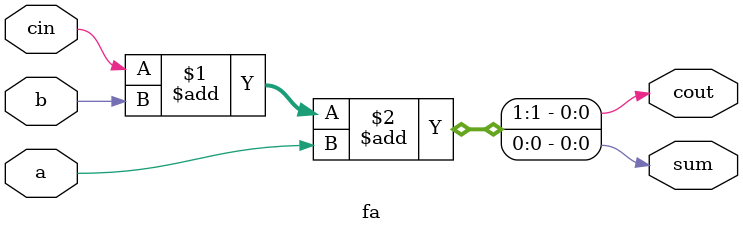
<source format=v>
module fa(output wire cout, sum, input wire a, b, cin);

assign {cout, sum} = cin + b + a;

endmodule

</source>
